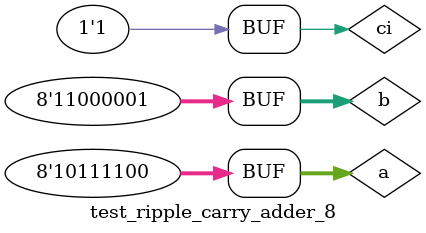
<source format=v>
`timescale 1ns / 1ps


module test_ripple_carry_adder_8;

	// Inputs
	reg [7:0] a;
	reg [7:0] b;
	reg ci;

	// Outputs
	wire [7:0] o;
	wire co;

	// Instantiate the Unit Under Test (UUT)
	ripple_carry_adder_8 uut (
		.a(a), 
		.b(b), 
		.ci(ci), 
		.o(o), 
		.co(co)
	);

	initial begin
		// Initialize Inputs
		a = 8'b00000000;
		b = 8'b11111111;
		ci = 0;

		// Wait 100 ns for global reset to finish
		#100;
        
		// Add stimulus here
		a = 8'b01000100;
		b = 8'b00100101;
		ci = 0;
		#100;
		
		a = 8'b10011001;
		b = 8'b10000011;
		ci = 1;
		#100;
		
		a = 8'b11100010;
		b = 8'b00011011;
		ci = 0;
		#100;
		
		a = 8'b01101100;
		b = 8'b00001111;
		ci = 1;
		#100;
		
		a = 8'b10111100;
		b = 8'b11000001;
		ci = 1;
		#100;
	end
      
endmodule


</source>
